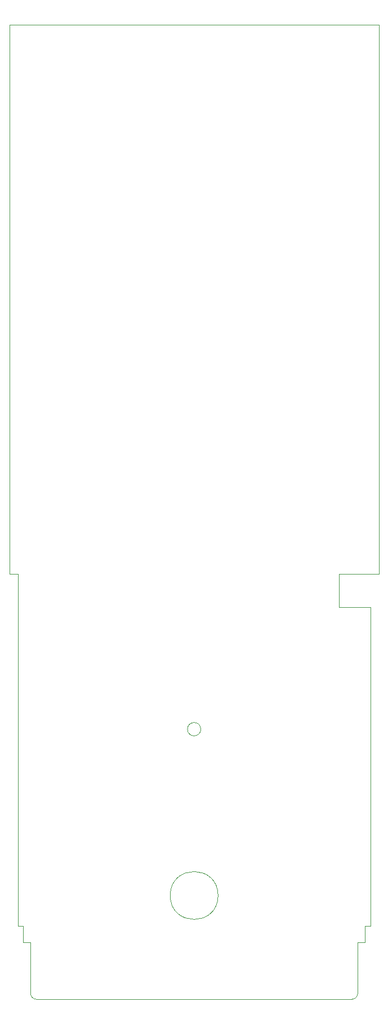
<source format=gm1>
%TF.GenerationSoftware,KiCad,Pcbnew,(5.1.10-1-10_14)*%
%TF.CreationDate,2023-03-20T16:19:30+08:00*%
%TF.ProjectId,GB_MemoryBackup_Mainboard,47425f4d-656d-46f7-9279-4261636b7570,1.3*%
%TF.SameCoordinates,Original*%
%TF.FileFunction,Profile,NP*%
%FSLAX46Y46*%
G04 Gerber Fmt 4.6, Leading zero omitted, Abs format (unit mm)*
G04 Created by KiCad (PCBNEW (5.1.10-1-10_14)) date 2023-03-20 16:19:30*
%MOMM*%
%LPD*%
G01*
G04 APERTURE LIST*
%TA.AperFunction,Profile*%
%ADD10C,0.100000*%
%TD*%
G04 APERTURE END LIST*
D10*
X90600000Y-114900000D02*
G75*
G03*
X90600000Y-114900000I-1000000J0D01*
G01*
X93200000Y-139900000D02*
G75*
G03*
X93200000Y-139900000I-3600000J0D01*
G01*
X63100000Y-144500000D02*
X63900000Y-144500000D01*
X115300000Y-144500000D02*
X116100000Y-144500000D01*
X63100000Y-91600000D02*
X61850000Y-91600000D01*
X61850000Y-91600000D02*
X61850000Y-9000000D01*
X111350000Y-91600000D02*
X117350000Y-91600000D01*
X111350000Y-92100000D02*
X111350000Y-96600000D01*
X111350000Y-96600000D02*
X116100000Y-96600000D01*
X116100000Y-96600000D02*
X116100000Y-144500000D01*
X111350000Y-92100000D02*
X111350000Y-91600000D01*
X117350000Y-9000000D02*
X117350000Y-91600000D01*
X61850000Y-9000000D02*
X117350000Y-9000000D01*
X63100000Y-144500000D02*
X63100000Y-91600000D01*
%TO.C,J1*%
X65000000Y-146900000D02*
X63900000Y-146900000D01*
X63900000Y-146900000D02*
X63900000Y-144500000D01*
X115300000Y-146900000D02*
X115300000Y-144500000D01*
X65000000Y-154600000D02*
X65000000Y-146900000D01*
X114200000Y-154600000D02*
X114200000Y-146900000D01*
X65900000Y-155500000D02*
X113300000Y-155500000D01*
X114200000Y-146900000D02*
X115300000Y-146900000D01*
X65900000Y-155500000D02*
G75*
G02*
X65000000Y-154600000I0J900000D01*
G01*
X114200000Y-154600000D02*
G75*
G02*
X113300000Y-155500000I-900000J0D01*
G01*
%TD*%
M02*

</source>
